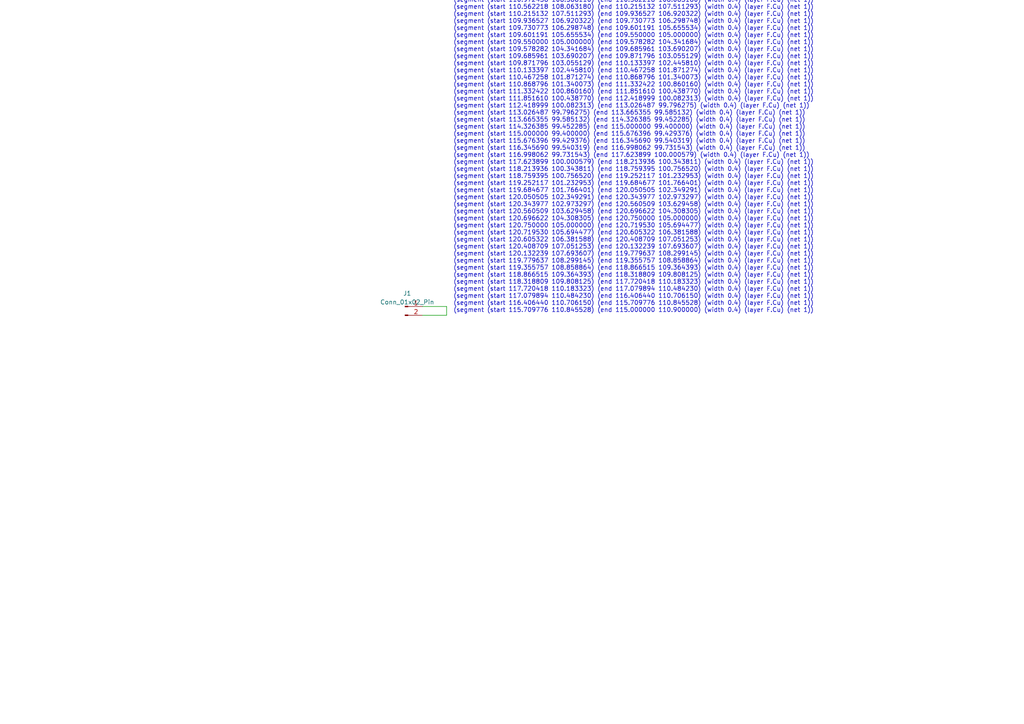
<source format=kicad_sch>
(kicad_sch (version 20230121) (generator eeschema)
  (paper "A4")
  (lib_symbols
    (symbol "Connector:Conn_01x02_Pin" (pin_names (offset 1.016) hide)
      (property "Reference" "J" (at 0 2.54 0))
      (property "Value" "Conn_01x02_Pin" (at 0 -5.08 0))
      (symbol "Conn_01x02_Pin_1_1"
        (polyline (pts (xy 1.27 -2.54) (xy 0.8636 -2.54)) (stroke (width 0.1524)))
        (polyline (pts (xy 1.27 0) (xy 0.8636 0)) (stroke (width 0.1524)))
        (rectangle (start 0.8636 -2.413) (end 0 -2.667) (stroke (width 0.1524)) (fill (type outline)))
        (rectangle (start 0.8636 0.127) (end 0 -0.127) (stroke (width 0.1524)) (fill (type outline)))
        (pin passive line (at 5.08 0 180) (length 3.81) (name "Pin_1") (number "1"))
        (pin passive line (at 5.08 -2.54 180) (length 3.81) (name "Pin_2") (number "2"))
      )
    )
  )
  (wire (pts (xy 122.555 88.9) (xy 129.54 88.9)))
  (wire (pts (xy 129.54 88.9) (xy 129.54 91.44)))
  (wire (pts (xy 122.555 91.44) (xy 129.54 91.44)))
  (text " (segment (start 115.000000 106.100000) (end 114.708829 106.086667) (width 0.4) (layer F.Cu) (net 1))\n  (segment (start 114.708829 106.086667) (end 114.425000 105.995929) (width 0.4) (layer F.Cu) (net 1))\n  (segment (start 114.425000 105.995929) (end 114.169150 105.830850) (width 0.4) (layer F.Cu) (net 1))\n  (segment (start 114.169150 105.830850) (end 113.960770 105.600000) (width 0.4) (layer F.Cu) (net 1))\n  (segment (start 113.960770 105.600000) (end 113.816741 105.317053) (width 0.4) (layer F.Cu) (net 1))\n  (segment (start 113.816741 105.317053) (end 113.750000 105.000000) (width 0.4) (layer F.Cu) (net 1))\n  (segment (start 113.750000 105.000000) (end 113.768445 104.670006) (width 0.4) (layer F.Cu) (net 1))\n  (segment (start 113.768445 104.670006) (end 113.874167 104.350000) (width 0.4) (layer F.Cu) (net 1))\n  (segment (start 113.874167 104.350000) (end 114.063084 104.063084) (width 0.4) (layer F.Cu) (net 1))\n  (segment (start 114.063084 104.063084) (end 114.325000 103.830866) (width 0.4) (layer F.Cu) (net 1))\n  (segment (start 114.325000 103.830866) (end 114.644124 103.671852) (width 0.4) (layer F.Cu) (net 1))\n  (segment (start 114.644124 103.671852) (end 115.000000 103.600000) (width 0.4) (layer F.Cu) (net 1))\n  (segment (start 115.000000 103.600000) (end 115.368817 103.623556) (width 0.4) (layer F.Cu) (net 1))\n  (segment (start 115.368817 103.623556) (end 115.725000 103.744263) (width 0.4) (layer F.Cu) (net 1))\n  (segment (start 115.725000 103.744263) (end 116.042983 103.957017) (width 0.4) (layer F.Cu) (net 1))\n  (segment (start 116.042983 103.957017) (end 116.299038 104.250000) (width 0.4) (layer F.Cu) (net 1))\n  (segment (start 116.299038 104.250000) (end 116.473037 104.605301) (width 0.4) (layer F.Cu) (net 1))\n  (segment (start 116.473037 104.605301) (end 116.550000 105.000000) (width 0.4) (layer F.Cu) (net 1))\n  (segment (start 116.550000 105.000000) (end 116.521333 105.407640) (width 0.4) (layer F.Cu) (net 1))\n  (segment (start 116.521333 105.407640) (end 116.385641 105.800000) (width 0.4) (layer F.Cu) (net 1))\n  (segment (start 116.385641 105.800000) (end 116.149049 106.149049) (width 0.4) (layer F.Cu) (net 1))\n  (segment (start 116.149049 106.149049) (end 115.825000 106.428942) (width 0.4) (layer F.Cu) (net 1))\n  (segment (start 115.825000 106.428942) (end 115.433522 106.617926) (width 0.4) (layer F.Cu) (net 1))\n  (segment (start 115.433522 106.617926) (end 115.000000 106.700000) (width 0.4) (layer F.Cu) (net 1))\n  (segment (start 115.000000 106.700000) (end 114.616946 106.678269) (width 0.4) (layer F.Cu) (net 1))\n  (segment (start 114.616946 106.678269) (end 114.243803 106.570260) (width 0.4) (layer F.Cu) (net 1))\n  (segment (start 114.243803 106.570260) (end 113.899986 106.379374) (width 0.4) (layer F.Cu) (net 1))\n  (segment (start 113.899986 106.379374) (end 113.603872 106.113375) (width 0.4) (layer F.Cu) (net 1))\n  (segment (start 113.603872 106.113375) (end 113.371821 105.784090) (width 0.4) (layer F.Cu) (net 1))\n  (segment (start 113.371821 105.784090) (end 113.217275 105.406895) (width 0.4) (layer F.Cu) (net 1))\n  (segment (start 113.217275 105.406895) (end 113.150000 105.000000) (width 0.4) (layer F.Cu) (net 1))\n  (segment (start 113.150000 105.000000) (end 113.175492 104.583568) (width 0.4) (layer F.Cu) (net 1))\n  (segment (start 113.175492 104.583568) (end 113.294595 104.178720) (width 0.4) (layer F.Cu) (net 1))\n  (segment (start 113.294595 104.178720) (end 113.503351 103.806462) (width 0.4) (layer F.Cu) (net 1))\n  (segment (start 113.503351 103.806462) (end 113.793102 103.486598) (width 0.4) (layer F.Cu) (net 1))\n  (segment (start 113.793102 103.486598) (end 114.150828 103.236675) (width 0.4) (layer F.Cu) (net 1))\n  (segment (start 114.150828 103.236675) (end 114.559726 103.071035) (width 0.4) (layer F.Cu) (net 1))\n  (segment (start 114.559726 103.071035) (end 115.000000 103.000000) (width 0.4) (layer F.Cu) (net 1))\n  (segment (start 115.000000 103.000000) (end 115.449810 103.029253) (width 0.4) (layer F.Cu) (net 1))\n  (segment (start 115.449810 103.029253) (end 115.886362 103.159449) (width 0.4) (layer F.Cu) (net 1))\n  (segment (start 115.886362 103.159449) (end 116.287061 103.386076) (width 0.4) (layer F.Cu) (net 1))\n  (segment (start 116.287061 103.386076) (end 116.630677 103.699578) (width 0.4) (layer F.Cu) (net 1))\n  (segment (start 116.630677 103.699578) (end 116.898470 104.085745) (width 0.4) (layer F.Cu) (net 1))\n  (segment (start 116.898470 104.085745) (end 117.075204 104.526348) (width 0.4) (layer F.Cu) (net 1))\n  (segment (start 117.075204 104.526348) (end 117.150000 105.000000) (width 0.4) (layer F.Cu) (net 1))\n  (segment (start 117.150000 105.000000) (end 117.116986 105.483188) (width 0.4) (layer F.Cu) (net 1))\n  (segment (start 117.116986 105.483188) (end 116.975696 105.951445) (width 0.4) (layer F.Cu) (net 1))\n  (segment (start 116.975696 105.951445) (end 116.731198 106.380585) (width 0.4) (layer F.Cu) (net 1))\n  (segment (start 116.731198 106.380585) (end 116.393945 106.747952) (width 0.4) (layer F.Cu) (net 1))\n  (segment (start 116.393945 106.747952) (end 115.979338 107.033615) (width 0.4) (layer F.Cu) (net 1))\n  (segment (start 115.979338 107.033615) (end 115.507030 107.221443) (width 0.4) (layer F.Cu) (net 1))\n  (segment (start 115.507030 107.221443) (end 115.000000 107.300000) (width 0.4) (layer F.Cu) (net 1))\n  (segment (start 115.000000 107.300000) (end 114.547634 107.274196) (width 0.4) (layer F.Cu) (net 1))\n  (segment (start 114.547634 107.274196) (end 114.105477 107.159568) (width 0.4) (layer F.Cu) (net 1))\n  (segment (start 114.105477 107.159568) (end 113.690938 106.959150) (width 0.4) (layer F.Cu) (net 1))\n  (segment (start 113.690938 106.959150) (end 113.320621 106.679379) (width 0.4) (layer F.Cu) (net 1))\n  (segment (start 113.320621 106.679379) (end 113.009670 106.329896) (width 0.4) (layer F.Cu) (net 1))\n  (segment (start 113.009670 106.329896) (end 112.771141 105.923224) (width 0.4) (layer F.Cu) (net 1))\n  (segment (start 112.771141 105.923224) (end 112.615466 105.474313) (width 0.4) (layer F.Cu) (net 1))\n  (segment (start 112.615466 105.474313) (end 112.550000 105.000000) (width 0.4) (layer F.Cu) (net 1))\n  (segment (start 112.550000 105.000000) (end 112.578686 104.518371) (width 0.4) (layer F.Cu) (net 1))\n  (segment (start 112.578686 104.518371) (end 112.701850 104.048075) (width 0.4) (layer F.Cu) (net 1))\n  (segment (start 112.701850 104.048075) (end 112.916129 103.607602) (width 0.4) (layer F.Cu) (net 1))\n  (segment (start 112.916129 103.607602) (end 113.214555 103.214555) (width 0.4) (layer F.Cu) (net 1))\n  (segment (start 113.214555 103.214555) (end 113.586768 102.884949) (width 0.4) (layer F.Cu) (net 1))\n  (segment (start 113.586768 102.884949) (end 114.019374 102.632559) (width 0.4) (layer F.Cu) (net 1))\n  (segment (start 114.019374 102.632559) (end 114.496423 102.468348) (width 0.4) (layer F.Cu) (net 1))\n  (segment (start 114.496423 102.468348) (end 115.000000 102.400000) (width 0.4) (layer F.Cu) (net 1))\n  (segment (start 115.000000 102.400000) (end 115.510893 102.431569) (width 0.4) (layer F.Cu) (net 1))\n  (segment (start 115.510893 102.431569) (end 116.009328 102.563268) (width 0.4) (layer F.Cu) (net 1))\n  (segment (start 116.009328 102.563268) (end 116.475733 102.791409) (width 0.4) (layer F.Cu) (net 1))\n  (segment (start 116.475733 102.791409) (end 116.891511 103.108489) (width 0.4) (layer F.Cu) (net 1))\n  (segment (start 116.891511 103.108489) (end 117.239771 103.503433) (width 0.4) (layer F.Cu) (net 1))\n  (segment (start 117.239771 103.503433) (end 117.506023 103.961971) (width 0.4) (layer F.Cu) (net 1))\n  (segment (start 117.506023 103.961971) (end 117.678770 104.467160) (width 0.4) (layer F.Cu) (net 1))\n  (segment (start 117.678770 104.467160) (end 117.750000 105.000000) (width 0.4) (layer F.Cu) (net 1))\n  (segment (start 117.750000 105.000000) (end 117.715549 105.540156) (width 0.4) (layer F.Cu) (net 1))\n  (segment (start 117.715549 105.540156) (end 117.575314 106.066730) (width 0.4) (layer F.Cu) (net 1))\n  (segment (start 117.575314 106.066730) (end 117.333312 106.559069) (width 0.4) (layer F.Cu) (net 1))\n  (segment (start 117.333312 106.559069) (end 116.997577 106.997577) (width 0.4) (layer F.Cu) (net 1))\n  (segment (start 116.997577 106.997577) (end 116.579903 107.364492) (width 0.4) (layer F.Cu) (net 1))\n  (segment (start 116.579903 107.364492) (end 116.095431 107.644605) (width 0.4) (layer F.Cu) (net 1))\n  (segment (start 116.095431 107.644605) (end 115.562104 107.825888) (width 0.4) (layer F.Cu) (net 1))\n  (segment (start 115.562104 107.825888) (end 115.000000 107.900000) (width 0.4) (layer F.Cu) (net 1))\n  (segment (start 115.000000 107.900000) (end 114.493526 107.872356) (width 0.4) (layer F.Cu) (net 1))\n  (segment (start 114.493526 107.872356) (end 113.996741 107.756432) (width 0.4) (layer F.Cu) (net 1))\n  (segment (start 113.996741 107.756432) (end 113.525000 107.554775) (width 0.4) (layer F.Cu) (net 1))\n  (segment (start 113.525000 107.554775) (end 113.093063 107.272599) (width 0.4) (layer F.Cu) (net 1))\n  (segment (start 113.093063 107.272599) (end 112.714634 106.917650) (width 0.4) (layer F.Cu) (net 1))\n  (segment (start 112.714634 106.917650) (end 112.401924 106.500000) (width 0.4) (layer F.Cu) (net 1))\n  (segment (start 112.401924 106.500000) (end 112.165261 106.031761) (width 0.4) (layer F.Cu) (net 1))\n  (segment (start 112.165261 106.031761) (end 112.012750 105.526733) (width 0.4) (layer F.Cu) (net 1))\n  (segment (start 112.012750 105.526733) (end 111.950000 105.000000) (width 0.4) (layer F.Cu) (net 1))\n  (segment (start 111.950000 105.000000) (end 111.979923 104.467479) (width 0.4) (layer F.Cu) (net 1))\n  (segment (start 111.979923 104.467479) (end 112.102614 103.945438) (width 0.4) (layer F.Cu) (net 1))\n  (segment (start 112.102614 103.945438) (end 112.315321 103.450000) (width 0.4) (layer F.Cu) (net 1))\n  (segment (start 112.315321 103.450000) (end 112.612495 102.996645) (width 0.4) (layer F.Cu) (net 1))\n  (segment (start 112.612495 102.996645) (end 112.985932 102.599727) (width 0.4) (layer F.Cu) (net 1))\n  (segment (start 112.985932 102.599727) (end 113.425000 102.272020) (width 0.4) (layer F.Cu) (net 1))\n  (segment (start 113.425000 102.272020) (end 113.916936 102.024307) (width 0.4) (layer F.Cu) (net 1))\n  (segment (start 113.916936 102.024307) (end 114.447220 101.865029) (width 0.4) (layer F.Cu) (net 1))\n  (segment (start 114.447220 101.865029) (end 115.000000 101.800000) (width 0.4) (layer F.Cu) (net 1))\n  (segment (start 115.000000 101.800000) (end 115.558568 101.832202) (width 0.4) (layer F.Cu) (net 1))\n  (segment (start 115.558568 101.832202) (end 116.105865 101.961661) (width 0.4) (layer F.Cu) (net 1))\n  (segment (start 116.105865 101.961661) (end 116.625000 102.185417) (width 0.4) (layer F.Cu) (net 1))\n  (segment (start 116.625000 102.185417) (end 117.099773 102.497588) (width 0.4) (layer F.Cu) (net 1))\n  (segment (start 117.099773 102.497588) (end 117.515179 102.889514) (width 0.4) (layer F.Cu) (net 1))\n  (segment (start 117.515179 102.889514) (end 117.857884 103.350000) (width 0.4) (layer F.Cu) (net 1))\n  (segment (start 117.857884 103.350000) (end 118.116647 103.865633) (width 0.4) (layer F.Cu) (net 1))\n  (segment (start 118.116647 103.865633) (end 118.282693 104.421173) (width 0.4) (layer F.Cu) (net 1))\n  (segment (start 118.282693 104.421173) (end 118.350000 105.000000) (width 0.4) (layer F.Cu) (net 1))\n  (segment (start 118.350000 105.000000) (end 118.315519 105.584616) (width 0.4) (layer F.Cu) (net 1))\n  (segment (start 118.315519 105.584616) (end 118.179293 106.157168) (width 0.4) (layer F.Cu) (net 1))\n  (segment (start 118.179293 106.157168) (end 117.944486 106.700000) (width 0.4) (layer F.Cu) (net 1))\n  (segment (start 117.944486 106.700000) (end 117.617319 107.196191) (width 0.4) (layer F.Cu) (net 1))\n  (segment (start 117.617319 107.196191) (end 117.206904 107.630086) (width 0.4) (layer F.Cu) (net 1))\n  (segment (start 117.206904 107.630086) (end 116.725000 107.987788) (width 0.4) (layer F.Cu) (net 1))\n  (segment (start 116.725000 107.987788) (end 116.185670 108.257601) (width 0.4) (layer F.Cu) (net 1))\n  (segment (start 116.185670 108.257601) (end 115.604874 108.430414) (width 0.4) (layer F.Cu) (net 1))\n  (segment (start 115.604874 108.430414) (end 115.000000 108.500000) (width 0.4) (layer F.Cu) (net 1))\n  (segment (start 115.000000 108.500000) (end 114.450133 108.471725) (width 0.4) (layer F.Cu) (net 1))\n  (segment (start 114.450133 108.471725) (end 113.909170 108.357230) (width 0.4) (layer F.Cu) (net 1))\n  (segment (start 113.909170 108.357230) (end 113.390604 108.158618) (width 0.4) (layer F.Cu) (net 1))\n  (segment (start 113.390604 108.158618) (end 112.907485 107.880100) (width 0.4) (layer F.Cu) (net 1))\n  (segment (start 112.907485 107.880100) (end 112.472093 107.527907) (width 0.4) (layer F.Cu) (net 1))\n  (segment (start 112.472093 107.527907) (end 112.095629 107.110149) (width 0.4) (layer F.Cu) (net 1))\n  (segment (start 112.095629 107.110149) (end 111.787921 106.636636) (width 0.4) (layer F.Cu) (net 1))\n  (segment (start 111.787921 106.636636) (end 111.557175 106.118642) (width 0.4) (layer F.Cu) (net 1))\n  (segment (start 111.557175 106.118642) (end 111.409753 105.568639) (width 0.4) (layer F.Cu) (net 1))\n  (segment (start 111.409753 105.568639) (end 111.350000 105.000000) (width 0.4) (layer F.Cu) (net 1))\n  (segment (start 111.350000 105.000000) (end 111.380122 104.426668) (width 0.4) (layer F.Cu) (net 1))\n  (segment (start 111.380122 104.426668) (end 111.500112 103.862817) (width 0.4) (layer F.Cu) (net 1))\n  (segment (start 111.500112 103.862817) (end 111.707731 103.322505) (width 0.4) (layer F.Cu) (net 1))\n  (segment (start 111.707731 103.322505) (end 111.998547 102.819317) (width 0.4) (layer F.Cu) (net 1))\n  (segment (start 111.998547 102.819317) (end 112.366027 102.366027) (width 0.4) (layer F.Cu) (net 1))\n  (segment (start 112.366027 102.366027) (end 112.801683 101.974276) (width 0.4) (layer F.Cu) (net 1))\n  (segment (start 112.801683 101.974276) (end 113.295266 101.654271) (width 0.4) (layer F.Cu) (net 1))\n  (segment (start 113.295266 101.654271) (end 113.835006 101.414517) (width 0.4) (layer F.Cu) (net 1))\n  (segment (start 113.835006 101.414517) (end 114.407896 101.261600) (width 0.4) (layer F.Cu) (net 1))\n  (segment (start 114.407896 101.261600) (end 115.000000 101.200000) (width 0.4) (layer F.Cu) (net 1))\n  (segment (start 115.000000 101.200000) (end 115.596797 101.231969) (width 0.4) (layer F.Cu) (net 1))\n  (segment (start 115.596797 101.231969) (end 116.183535 101.357454) (width 0.4) (layer F.Cu) (net 1))\n  (segment (start 116.183535 101.357454) (end 116.745593 101.574080) (width 0.4) (layer F.Cu) (net 1))\n  (segment (start 116.745593 101.574080) (end 117.268851 101.877194) (width 0.4) (layer F.Cu) (net 1))\n  (segment (start 117.268851 101.877194) (end 117.740039 102.259961) (width 0.4) (layer F.Cu) (net 1))\n  (segment (start 117.740039 102.259961) (end 118.147076 102.713515) (width 0.4) (layer F.Cu) (net 1))\n  (segment (start 118.147076 102.713515) (end 118.479380 103.227167) (width 0.4) (layer F.Cu) (net 1))\n  (segment (start 118.479380 103.227167) (end 118.728142 103.788653) (width 0.4) (layer F.Cu) (net 1))\n  (segment (start 118.728142 103.788653) (end 118.886554 104.384430) (width 0.4) (layer F.Cu) (net 1))\n  (segment (start 118.886554 104.384430) (end 118.950000 105.000000) (width 0.4) (layer F.Cu) (net 1))\n  (segment (start 118.950000 105.000000) (end 118.916184 105.620263) (width 0.4) (layer F.Cu) (net 1))\n  (segment (start 118.916184 105.620263) (end 118.785205 106.229888) (width 0.4) (layer F.Cu) (net 1))\n  (segment (start 118.785205 106.229888) (end 118.559571 106.813692) (width 0.4) (layer F.Cu) (net 1))\n  (segment (start 118.559571 106.813692) (end 118.244158 107.357019) (width 0.4) (layer F.Cu) (net 1))\n  (segment (start 118.244158 107.357019) (end 117.846105 107.846105) (width 0.4) (layer F.Cu) (net 1))\n  (segment (start 117.846105 107.846105) (end 117.374652 108.268429) (width 0.4) (layer F.Cu) (net 1))\n  (segment (start 117.374652 108.268429) (end 116.840931 108.613031) (width 0.4) (layer F.Cu) (net 1))\n  (segment (start 116.840931 108.613031) (end 116.257699 108.870800) (width 0.4) (layer F.Cu) (net 1))\n  (segment (start 116.257699 108.870800) (end 115.639035 109.034707) (width 0.4) (layer F.Cu) (net 1))\n  (segment (start 115.639035 109.034707) (end 115.000000 109.100000) (width 0.4) (layer F.Cu) (net 1))\n  (segment (start 115.000000 109.100000) (end 114.414569 109.071765) (width 0.4) (layer F.Cu) (net 1))\n  (segment (start 114.414569 109.071765) (end 113.837213 108.960089) (width 0.4) (layer F.Cu) (net 1))\n  (segment (start 113.837213 108.960089) (end 113.279804 108.766703) (width 0.4) (layer F.Cu) (net 1))\n  (segment (start 113.279804 108.766703) (end 112.753883 108.495026) (width 0.4) (layer F.Cu) (net 1))\n  (segment (start 112.753883 108.495026) (end 112.270421 108.150102) (width 0.4) (layer F.Cu) (net 1))\n  (segment (start 112.270421 108.150102) (end 111.839593 107.738509) (width 0.4) (layer F.Cu) (net 1))\n  (segment (start 111.839593 107.738509) (end 111.470559 107.268234) (width 0.4) (layer F.Cu) (net 1))\n  (segment (start 111.470559 107.268234) (end 111.171276 106.748520) (width 0.4) (layer F.Cu) (net 1))\n  (segment (start 111.171276 106.748520) (end 110.948323 106.189680) (width 0.4) (layer F.Cu) (net 1))\n  (segment (start 110.948323 106.189680) (end 110.806756 105.602897) (width 0.4) (layer F.Cu) (net 1))\n  (segment (start 110.806756 105.602897) (end 110.750000 105.000000) (width 0.4) (layer F.Cu) (net 1))\n  (segment (start 110.750000 105.000000) (end 110.779761 104.393221) (width 0.4) (layer F.Cu) (net 1))\n  (segment (start 110.779761 104.393221) (end 110.895987 103.794953) (width 0.4) (layer F.Cu) (net 1))\n  (segment (start 110.895987 103.794953) (end 111.096852 103.217492) (width 0.4) (layer F.Cu) (net 1))\n  (segment (start 111.096852 103.217492) (end 111.378786 102.672787) (width 0.4) (layer F.Cu) (net 1))\n  (segment (start 111.378786 102.672787) (end 111.736536 102.172192) (width 0.4) (layer F.Cu) (net 1))\n  (segment (start 111.736536 102.172192) (end 112.163262 101.726230) (width 0.4) (layer F.Cu) (net 1))\n  (segment (start 112.163262 101.726230) (end 112.650670 101.344371) (width 0.4) (layer F.Cu) (net 1))\n  (segment (start 112.650670 101.344371) (end 113.189168 101.034831) (width 0.4) (layer F.Cu) (net 1))\n  (segment (start 113.189168 101.034831) (end 113.768060 100.804399) (width 0.4) (layer F.Cu) (net 1))\n  (segment (start 113.768060 100.804399) (end 114.375755 100.658283) (width 0.4) (layer F.Cu) (net 1))\n  (segment (start 114.375755 100.658283) (end 115.000000 100.600000) (width 0.4) (layer F.Cu) (net 1))\n  (segment (start 115.000000 100.600000) (end 115.628126 100.631288) (width 0.4) (layer F.Cu) (net 1))\n  (segment (start 115.628126 100.631288) (end 116.247307 100.752063) (width 0.4) (layer F.Cu) (net 1))\n  (segment (start 116.247307 100.752063) (end 116.844820 100.960407) (width 0.4) (layer F.Cu) (net 1))\n  (segment (start 116.844820 100.960407) (end 117.408309 101.252598) (width 0.4) (layer F.Cu) (net 1))\n  (segment (start 117.408309 101.252598) (end 117.926037 101.623173) (width 0.4) (layer F.Cu) (net 1))\n  (segment (start 117.926037 101.623173) (end 118.387132 102.065033) (width 0.4) (layer F.Cu) (net 1))\n  (segment (start 118.387132 102.065033) (end 118.781817 102.569574) (width 0.4) (layer F.Cu) (net 1))\n  (segment (start 118.781817 102.569574) (end 119.101613 103.126856) (width 0.4) (layer F.Cu) (net 1))\n  (segment (start 119.101613 103.126856) (end 119.339525 103.725800) (width 0.4) (layer F.Cu) (net 1))\n  (segment (start 119.339525 103.725800) (end 119.490190 104.354408) (width 0.4) (layer F.Cu) (net 1))\n  (segment (start 119.490190 104.354408) (end 119.550000 105.000000) (width 0.4) (layer F.Cu) (net 1))\n  (segment (start 119.550000 105.000000) (end 119.517185 105.649473) (width 0.4) (layer F.Cu) (net 1))\n  (segment (start 119.517185 105.649473) (end 119.391861 106.289567) (width 0.4) (layer F.Cu) (net 1))\n  (segment (start 119.391861 106.289567) (end 119.176038 106.907133) (width 0.4) (layer F.Cu) (net 1))\n  (segment (start 119.176038 106.907133) (end 118.873590 107.489405) (width 0.4) (layer F.Cu) (net 1))\n  (segment (start 118.873590 107.489405) (end 118.490189 108.024266) (width 0.4) (layer F.Cu) (net 1))\n  (segment (start 118.490189 108.024266) (end 118.033196 108.500495) (width 0.4) (layer F.Cu) (net 1))\n  (segment (start 118.033196 108.500495) (end 117.511522 108.908005) (width 0.4) (layer F.Cu) (net 1))\n  (segment (start 117.511522 108.908005) (end 116.935456 109.238058) (width 0.4) (layer F.Cu) (net 1))\n  (segment (start 116.935456 109.238058) (end 116.316459 109.483449) (width 0.4) (layer F.Cu) (net 1))\n  (segment (start 116.316459 109.483449) (end 115.666939 109.638663) (width 0.4) (layer F.Cu) (net 1))\n  (segment (start 115.666939 109.638663) (end 115.000000 109.700000) (width 0.4) (layer F.Cu) (net 1))\n  (segment (start 115.000000 109.700000) (end 114.384895 109.672184) (width 0.4) (layer F.Cu) (net 1))\n  (segment (start 114.384895 109.672184) (end 113.777080 109.564000) (width 0.4) (layer F.Cu) (net 1))\n  (segment (start 113.777080 109.564000) (end 113.187037 109.376879) (width 0.4) (layer F.Cu) (net 1))\n  (segment (start 113.187037 109.376879) (end 112.625000 109.113621) (width 0.4) (layer F.Cu) (net 1))\n  (segment (start 112.625000 109.113621) (end 112.100774 108.778345) (width 0.4) (layer F.Cu) (net 1))\n  (segment (start 112.100774 108.778345) (end 111.623565 108.376435) (width 0.4) (layer F.Cu) (net 1))\n  (segment (start 111.623565 108.376435) (end 111.201821 107.914445) (width 0.4) (layer F.Cu) (net 1))\n  (segment (start 111.201821 107.914445) (end 110.843078 107.400000) (width 0.4) (layer F.Cu) (net 1))\n  (segment (start 110.843078 107.400000) (end 110.553830 106.841664) (width 0.4) (layer F.Cu) (net 1))\n  (segment (start 110.553830 106.841664) (end 110.339408 106.248802) (width 0.4) (layer F.Cu) (net 1))\n  (segment (start 110.339408 106.248802) (end 110.203885 105.631420) (width 0.4) (layer F.Cu) (net 1))\n  (segment (start 110.203885 105.631420) (end 110.150000 105.000000) (width 0.4) (layer F.Cu) (net 1))\n  (segment (start 110.150000 105.000000) (end 110.179099 104.365316) (width 0.4) (layer F.Cu) (net 1))\n  (segment (start 110.179099 104.365316) (end 110.291112 103.738257) (width 0.4) (layer F.Cu) (net 1))\n  (segment (start 110.291112 103.738257) (end 110.484539 103.129635) (width 0.4) (layer F.Cu) (net 1))\n  (segment (start 110.484539 103.129635) (end 110.756476 102.550000) (width 0.4) (layer F.Cu) (net 1))\n  (segment (start 110.756476 102.550000) (end 111.102652 102.009459) (width 0.4) (layer F.Cu) (net 1))\n  (segment (start 111.102652 102.009459) (end 111.517499 101.517499) (width 0.4) (layer F.Cu) (net 1))\n  (segment (start 111.517499 101.517499) (end 111.994240 101.082818) (width 0.4) (layer F.Cu) (net 1))\n  (segment (start 111.994240 101.082818) (end 112.525000 100.713174) (width 0.4) (layer F.Cu) (net 1))\n  (segment (start 112.525000 100.713174) (end 113.100933 100.415248) (width 0.4) (layer F.Cu) (net 1))\n  (segment (start 113.100933 100.415248) (end 113.712375 100.194519) (width 0.4) (layer F.Cu) (net 1))\n  (segment (start 113.712375 100.194519) (end 114.349001 100.055169) (width 0.4) (layer F.Cu) (net 1))\n  (segment (start 114.349001 100.055169) (end 115.000000 100.000000) (width 0.4) (layer F.Cu) (net 1))\n  (segment (start 115.000000 100.000000) (end 115.654263 100.030383) (width 0.4) (layer F.Cu) (net 1))\n  (segment (start 115.654263 100.030383) (end 116.300566 100.146223) (width 0.4) (layer F.Cu) (net 1))\n  (segment (start 116.300566 100.146223) (end 116.927768 100.345957) (width 0.4) (layer F.Cu) (net 1))\n  (segment (start 116.927768 100.345957) (end 117.525000 100.626572) (width 0.4) (layer F.Cu) (net 1))\n  (segment (start 117.525000 100.626572) (end 118.081855 100.983649) (width 0.4) (layer F.Cu) (net 1))\n  (segment (start 118.081855 100.983649) (end 118.588567 101.411433) (width 0.4) (layer F.Cu) (net 1))\n  (segment (start 118.588567 101.411433) (end 119.036185 101.902926) (width 0.4) (layer F.Cu) (net 1))\n  (segment (start 119.036185 101.902926) (end 119.416730 102.450000) (width 0.4) (layer F.Cu) (net 1))\n  (segment (start 119.416730 102.450000) (end 119.723334 103.043531) (width 0.4) (layer F.Cu) (net 1))\n  (segment (start 119.723334 103.043531) (end 119.950370 103.673552) (width 0.4) (layer F.Cu) (net 1))\n  (segment (start 119.950370 103.673552) (end 120.093548 104.329422) (width 0.4) (layer F.Cu) (net 1))\n  (segment (start 120.093548 104.329422) (end 120.150000 105.000000) (width 0.4) (layer F.Cu) (net 1))\n  (segment (start 120.150000 105.000000) (end 120.118334 105.673841) (width 0.4) (layer F.Cu) (net 1))\n  (segment (start 120.118334 105.673841) (end 119.998666 106.339389) (width 0.4) (layer F.Cu) (net 1))\n  (segment (start 119.998666 106.339389) (end 119.792625 106.985170) (width 0.4) (layer F.Cu) (net 1))\n  (segment (start 119.792625 106.985170) (end 119.503332 107.600000) (width 0.4) (layer F.Cu) (net 1))\n  (segment (start 119.503332 107.600000) (end 119.135354 108.173169) (width 0.4) (layer F.Cu) (net 1))\n  (segment (start 119.135354 108.173169) (end 118.694633 108.694633) (width 0.4) (layer F.Cu) (net 1))\n  (segment (start 118.694633 108.694633) (end 118.188388 109.155188) (width 0.4) (layer F.Cu) (net 1))\n  (segment (start 118.188388 109.155188) (end 117.625000 109.546633) (width 0.4) (layer F.Cu) (net 1))\n  (segment (start 117.625000 109.546633) (end 117.013872 109.861916) (width 0.4) (layer F.Cu) (net 1))\n  (segment (start 117.013872 109.861916) (end 116.365270 110.095259) (width 0.4) (layer F.Cu) (net 1))\n  (segment (start 116.365270 110.095259) (end 115.690157 110.242265) (width 0.4) (layer F.Cu) (net 1))\n  (segment (start 115.690157 110.242265) (end 115.000000 110.300000) (width 0.4) (layer F.Cu) (net 1))\n  (segment (start 115.000000 110.300000) (end 114.359765 110.272811) (width 0.4) (layer F.Cu) (net 1))\n  (segment (start 114.359765 110.272811) (end 113.726104 110.168398) (width 0.4) (layer F.Cu) (net 1))\n  (segment (start 113.726104 110.168398) (end 113.108319 109.987952) (width 0.4) (layer F.Cu) (net 1))\n  (segment (start 113.108319 109.987952) (end 112.515518 109.733784) (width 0.4) (layer F.Cu) (net 1))\n  (segment (start 112.515518 109.733784) (end 111.956484 109.409294) (width 0.4) (layer F.Cu) (net 1))\n  (segment (start 111.956484 109.409294) (end 111.439541 109.018927) (width 0.4) (layer F.Cu) (net 1))\n  (segment (start 111.439541 109.018927) (end 110.972436 108.568110) (width 0.4) (layer F.Cu) (net 1))\n  (segment (start 110.972436 108.568110) (end 110.562218 108.063180) (width 0.4) (layer F.Cu) (net 1))\n  (segment (start 110.562218 108.063180) (end 110.215132 107.511293) (width 0.4) (layer F.Cu) (net 1))\n  (segment (start 110.215132 107.511293) (end 109.936527 106.920322) (width 0.4) (layer F.Cu) (net 1))\n  (segment (start 109.936527 106.920322) (end 109.730773 106.298748) (width 0.4) (layer F.Cu) (net 1))\n  (segment (start 109.730773 106.298748) (end 109.601191 105.655534) (width 0.4) (layer F.Cu) (net 1))\n  (segment (start 109.601191 105.655534) (end 109.550000 105.000000) (width 0.4) (layer F.Cu) (net 1))\n  (segment (start 109.550000 105.000000) (end 109.578282 104.341684) (width 0.4) (layer F.Cu) (net 1))\n  (segment (start 109.578282 104.341684) (end 109.685961 103.690207) (width 0.4) (layer F.Cu) (net 1))\n  (segment (start 109.685961 103.690207) (end 109.871796 103.055129) (width 0.4) (layer F.Cu) (net 1))\n  (segment (start 109.871796 103.055129) (end 110.133397 102.445810) (width 0.4) (layer F.Cu) (net 1))\n  (segment (start 110.133397 102.445810) (end 110.467258 101.871274) (width 0.4) (layer F.Cu) (net 1))\n  (segment (start 110.467258 101.871274) (end 110.868796 101.340073) (width 0.4) (layer F.Cu) (net 1))\n  (segment (start 110.868796 101.340073) (end 111.332422 100.860160) (width 0.4) (layer F.Cu) (net 1))\n  (segment (start 111.332422 100.860160) (end 111.851610 100.438770) (width 0.4) (layer F.Cu) (net 1))\n  (segment (start 111.851610 100.438770) (end 112.418999 100.082313) (width 0.4) (layer F.Cu) (net 1))\n  (segment (start 112.418999 100.082313) (end 113.026487 99.796275) (width 0.4) (layer F.Cu) (net 1))\n  (segment (start 113.026487 99.796275) (end 113.665355 99.585132) (width 0.4) (layer F.Cu) (net 1))\n  (segment (start 113.665355 99.585132) (end 114.326385 99.452285) (width 0.4) (layer F.Cu) (net 1))\n  (segment (start 114.326385 99.452285) (end 115.000000 99.400000) (width 0.4) (layer F.Cu) (net 1))\n  (segment (start 115.000000 99.400000) (end 115.676396 99.429376) (width 0.4) (layer F.Cu) (net 1))\n  (segment (start 115.676396 99.429376) (end 116.345690 99.540319) (width 0.4) (layer F.Cu) (net 1))\n  (segment (start 116.345690 99.540319) (end 116.998062 99.731543) (width 0.4) (layer F.Cu) (net 1))\n  (segment (start 116.998062 99.731543) (end 117.623899 100.000579) (width 0.4) (layer F.Cu) (net 1))\n  (segment (start 117.623899 100.000579) (end 118.213936 100.343811) (width 0.4) (layer F.Cu) (net 1))\n  (segment (start 118.213936 100.343811) (end 118.759395 100.756520) (width 0.4) (layer F.Cu) (net 1))\n  (segment (start 118.759395 100.756520) (end 119.252117 101.232953) (width 0.4) (layer F.Cu) (net 1))\n  (segment (start 119.252117 101.232953) (end 119.684677 101.766401) (width 0.4) (layer F.Cu) (net 1))\n  (segment (start 119.684677 101.766401) (end 120.050505 102.349291) (width 0.4) (layer F.Cu) (net 1))\n  (segment (start 120.050505 102.349291) (end 120.343977 102.973297) (width 0.4) (layer F.Cu) (net 1))\n  (segment (start 120.343977 102.973297) (end 120.560509 103.629458) (width 0.4) (layer F.Cu) (net 1))\n  (segment (start 120.560509 103.629458) (end 120.696622 104.308305) (width 0.4) (layer F.Cu) (net 1))\n  (segment (start 120.696622 104.308305) (end 120.750000 105.000000) (width 0.4) (layer F.Cu) (net 1))\n  (segment (start 120.750000 105.000000) (end 120.719530 105.694477) (width 0.4) (layer F.Cu) (net 1))\n  (segment (start 120.719530 105.694477) (end 120.605322 106.381588) (width 0.4) (layer F.Cu) (net 1))\n  (segment (start 120.605322 106.381588) (end 120.408709 107.051253) (width 0.4) (layer F.Cu) (net 1))\n  (segment (start 120.408709 107.051253) (end 120.132239 107.693607) (width 0.4) (layer F.Cu) (net 1))\n  (segment (start 120.132239 107.693607) (end 119.779637 108.299145) (width 0.4) (layer F.Cu) (net 1))\n  (segment (start 119.779637 108.299145) (end 119.355757 108.858864) (width 0.4) (layer F.Cu) (net 1))\n  (segment (start 119.355757 108.858864) (end 118.866515 109.364393) (width 0.4) (layer F.Cu) (net 1))\n  (segment (start 118.866515 109.364393) (end 118.318809 109.808125) (width 0.4) (layer F.Cu) (net 1))\n  (segment (start 118.318809 109.808125) (end 117.720418 110.183323) (width 0.4) (layer F.Cu) (net 1))\n  (segment (start 117.720418 110.183323) (end 117.079894 110.484230) (width 0.4) (layer F.Cu) (net 1))\n  (segment (start 117.079894 110.484230) (end 116.406440 110.706150) (width 0.4) (layer F.Cu) (net 1))\n  (segment (start 116.406440 110.706150) (end 115.709776 110.845528) (width 0.4) (layer F.Cu) (net 1))\n  (segment (start 115.709776 110.845528) (end 115.000000 110.900000) (width 0.4) (layer F.Cu) (net 1))" (at 129.54 90.805 0) (effects (font (size 1.27 1.27)) (justify left bottom)))
  (symbol (lib_id "Connector:Conn_01x02_Pin") (at 117.475 88.9 0) (unit 1)
    (property "Reference" "J1" (at 118.11 85.09 0))
    (property "Value" "Conn_01x02_Pin" (at 118.11 87.63 0))
    (property "Footprint" "Connector_Phoenix_MC:PhoenixContact_MCV_1,5_2-GF-3.5_1x02_P3.50mm_Vertical_ThreadedFlange_MountHole" (effects hide))
  )
)
</source>
